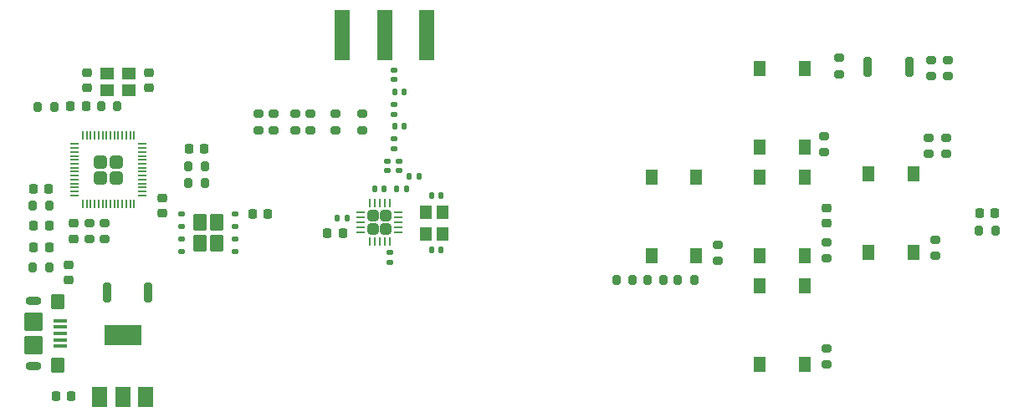
<source format=gbr>
%TF.GenerationSoftware,KiCad,Pcbnew,7.0.10-7.0.10~ubuntu22.04.1*%
%TF.CreationDate,2024-03-26T22:08:59+01:00*%
%TF.ProjectId,hackbat,6861636b-6261-4742-9e6b-696361645f70,rev?*%
%TF.SameCoordinates,Original*%
%TF.FileFunction,Paste,Top*%
%TF.FilePolarity,Positive*%
%FSLAX46Y46*%
G04 Gerber Fmt 4.6, Leading zero omitted, Abs format (unit mm)*
G04 Created by KiCad (PCBNEW 7.0.10-7.0.10~ubuntu22.04.1) date 2024-03-26 22:08:59*
%MOMM*%
%LPD*%
G01*
G04 APERTURE LIST*
G04 Aperture macros list*
%AMRoundRect*
0 Rectangle with rounded corners*
0 $1 Rounding radius*
0 $2 $3 $4 $5 $6 $7 $8 $9 X,Y pos of 4 corners*
0 Add a 4 corners polygon primitive as box body*
4,1,4,$2,$3,$4,$5,$6,$7,$8,$9,$2,$3,0*
0 Add four circle primitives for the rounded corners*
1,1,$1+$1,$2,$3*
1,1,$1+$1,$4,$5*
1,1,$1+$1,$6,$7*
1,1,$1+$1,$8,$9*
0 Add four rect primitives between the rounded corners*
20,1,$1+$1,$2,$3,$4,$5,0*
20,1,$1+$1,$4,$5,$6,$7,0*
20,1,$1+$1,$6,$7,$8,$9,0*
20,1,$1+$1,$8,$9,$2,$3,0*%
G04 Aperture macros list end*
%ADD10RoundRect,0.062500X0.362500X-0.062500X0.362500X0.062500X-0.362500X0.062500X-0.362500X-0.062500X0*%
%ADD11RoundRect,0.062500X0.062500X-0.362500X0.062500X0.362500X-0.062500X0.362500X-0.062500X-0.362500X0*%
%ADD12RoundRect,0.250000X0.315000X-0.315000X0.315000X0.315000X-0.315000X0.315000X-0.315000X-0.315000X0*%
%ADD13RoundRect,0.218750X-0.218750X-0.256250X0.218750X-0.256250X0.218750X0.256250X-0.218750X0.256250X0*%
%ADD14RoundRect,0.200000X-0.275000X0.200000X-0.275000X-0.200000X0.275000X-0.200000X0.275000X0.200000X0*%
%ADD15RoundRect,0.147500X0.172500X-0.147500X0.172500X0.147500X-0.172500X0.147500X-0.172500X-0.147500X0*%
%ADD16RoundRect,0.200000X0.200000X0.275000X-0.200000X0.275000X-0.200000X-0.275000X0.200000X-0.275000X0*%
%ADD17RoundRect,0.140000X0.170000X-0.140000X0.170000X0.140000X-0.170000X0.140000X-0.170000X-0.140000X0*%
%ADD18RoundRect,0.218750X0.218750X0.256250X-0.218750X0.256250X-0.218750X-0.256250X0.218750X-0.256250X0*%
%ADD19R,1.500000X5.080000*%
%ADD20RoundRect,0.200000X0.200000X0.800000X-0.200000X0.800000X-0.200000X-0.800000X0.200000X-0.800000X0*%
%ADD21RoundRect,0.225000X-0.225000X-0.250000X0.225000X-0.250000X0.225000X0.250000X-0.225000X0.250000X0*%
%ADD22RoundRect,0.200000X-0.200000X-0.275000X0.200000X-0.275000X0.200000X0.275000X-0.200000X0.275000X0*%
%ADD23RoundRect,0.140000X0.140000X0.170000X-0.140000X0.170000X-0.140000X-0.170000X0.140000X-0.170000X0*%
%ADD24RoundRect,0.200000X0.275000X-0.200000X0.275000X0.200000X-0.275000X0.200000X-0.275000X-0.200000X0*%
%ADD25R,1.300000X1.550000*%
%ADD26RoundRect,0.250000X-0.435000X-0.615000X0.435000X-0.615000X0.435000X0.615000X-0.435000X0.615000X0*%
%ADD27RoundRect,0.125000X-0.250000X-0.125000X0.250000X-0.125000X0.250000X0.125000X-0.250000X0.125000X0*%
%ADD28RoundRect,0.140000X-0.140000X-0.170000X0.140000X-0.170000X0.140000X0.170000X-0.140000X0.170000X0*%
%ADD29RoundRect,0.100000X-0.575000X0.100000X-0.575000X-0.100000X0.575000X-0.100000X0.575000X0.100000X0*%
%ADD30O,1.600000X0.900000*%
%ADD31RoundRect,0.250000X-0.450000X0.550000X-0.450000X-0.550000X0.450000X-0.550000X0.450000X0.550000X0*%
%ADD32RoundRect,0.250000X-0.700000X0.700000X-0.700000X-0.700000X0.700000X-0.700000X0.700000X0.700000X0*%
%ADD33RoundRect,0.225000X-0.250000X0.225000X-0.250000X-0.225000X0.250000X-0.225000X0.250000X0.225000X0*%
%ADD34RoundRect,0.249999X0.395001X0.395001X-0.395001X0.395001X-0.395001X-0.395001X0.395001X-0.395001X0*%
%ADD35RoundRect,0.050000X0.387500X0.050000X-0.387500X0.050000X-0.387500X-0.050000X0.387500X-0.050000X0*%
%ADD36RoundRect,0.050000X0.050000X0.387500X-0.050000X0.387500X-0.050000X-0.387500X0.050000X-0.387500X0*%
%ADD37RoundRect,0.135000X0.135000X0.185000X-0.135000X0.185000X-0.135000X-0.185000X0.135000X-0.185000X0*%
%ADD38R,1.400000X1.200000*%
%ADD39RoundRect,0.225000X0.250000X-0.225000X0.250000X0.225000X-0.250000X0.225000X-0.250000X-0.225000X0*%
%ADD40RoundRect,0.140000X-0.170000X0.140000X-0.170000X-0.140000X0.170000X-0.140000X0.170000X0.140000X0*%
%ADD41RoundRect,0.147500X0.147500X0.172500X-0.147500X0.172500X-0.147500X-0.172500X0.147500X-0.172500X0*%
%ADD42RoundRect,0.200000X-0.200000X-0.800000X0.200000X-0.800000X0.200000X0.800000X-0.200000X0.800000X0*%
%ADD43R,1.200000X1.400000*%
%ADD44R,1.500000X2.000000*%
%ADD45R,3.800000X2.000000*%
%ADD46RoundRect,0.225000X0.225000X0.250000X-0.225000X0.250000X-0.225000X-0.250000X0.225000X-0.250000X0*%
G04 APERTURE END LIST*
D10*
%TO.C,U6*%
X124575000Y-82925000D03*
X124575000Y-82425000D03*
X124575000Y-81925000D03*
X124575000Y-81425000D03*
X124575000Y-80925000D03*
D11*
X125500000Y-80000000D03*
X126000000Y-80000000D03*
X126500000Y-80000000D03*
X127000000Y-80000000D03*
X127500000Y-80000000D03*
D10*
X128425000Y-80925000D03*
X128425000Y-81425000D03*
X128425000Y-81925000D03*
X128425000Y-82425000D03*
X128425000Y-82925000D03*
D11*
X127500000Y-83850000D03*
X127000000Y-83850000D03*
X126500000Y-83850000D03*
X126000000Y-83850000D03*
X125500000Y-83850000D03*
D12*
X127150000Y-81275000D03*
X125850000Y-81275000D03*
X127150000Y-82575000D03*
X125850000Y-82575000D03*
%TD*%
D13*
%TO.C,D1*%
X91462500Y-84500000D03*
X93037500Y-84500000D03*
%TD*%
D14*
%TO.C,R16*%
X119500000Y-70925000D03*
X119500000Y-72575000D03*
%TD*%
D15*
%TO.C,L4*%
X128000000Y-70965000D03*
X128000000Y-69995000D03*
%TD*%
D16*
%TO.C,R8*%
X93075000Y-80250000D03*
X91425000Y-80250000D03*
%TD*%
D17*
%TO.C,C17*%
X128000000Y-67460000D03*
X128000000Y-66500000D03*
%TD*%
D18*
%TO.C,D3*%
X188787500Y-81000000D03*
X187212500Y-81000000D03*
%TD*%
D13*
%TO.C,D2*%
X91462500Y-82290000D03*
X93037500Y-82290000D03*
%TD*%
D16*
%TO.C,R7*%
X93075000Y-86500000D03*
X91425000Y-86500000D03*
%TD*%
D14*
%TO.C,R10*%
X182750000Y-83675000D03*
X182750000Y-85325000D03*
%TD*%
D19*
%TO.C,J1*%
X127000000Y-62962500D03*
X122750000Y-62962500D03*
X131250000Y-62962500D03*
%TD*%
D20*
%TO.C,SW1*%
X103100000Y-89000000D03*
X98900000Y-89000000D03*
%TD*%
D21*
%TO.C,C8*%
X121225000Y-83000000D03*
X122775000Y-83000000D03*
%TD*%
D22*
%TO.C,R20*%
X187175000Y-82750000D03*
X188825000Y-82750000D03*
%TD*%
D23*
%TO.C,C13*%
X126965000Y-78500000D03*
X126005000Y-78500000D03*
%TD*%
D24*
%TO.C,R28*%
X182100000Y-75025000D03*
X182100000Y-73375000D03*
%TD*%
D25*
%TO.C,SW3*%
X176000000Y-85000000D03*
X176000000Y-77050000D03*
X180500000Y-85000000D03*
X180500000Y-77050000D03*
%TD*%
D24*
%TO.C,R4*%
X97125000Y-83625000D03*
X97125000Y-81975000D03*
%TD*%
D25*
%TO.C,SW6*%
X165000000Y-85315000D03*
X165000000Y-77365000D03*
X169500000Y-85315000D03*
X169500000Y-77365000D03*
%TD*%
D17*
%TO.C,C21*%
X128500000Y-76710000D03*
X128500000Y-75750000D03*
%TD*%
D14*
%TO.C,R14*%
X122000000Y-70925000D03*
X122000000Y-72575000D03*
%TD*%
D26*
%TO.C,U1*%
X108325000Y-81900000D03*
X108325000Y-84050000D03*
X110025000Y-81900000D03*
X110025000Y-84050000D03*
D27*
X106475000Y-81070000D03*
X106475000Y-82340000D03*
X106475000Y-83610000D03*
X106475000Y-84880000D03*
X111875000Y-84880000D03*
X111875000Y-83610000D03*
X111875000Y-82340000D03*
X111875000Y-81070000D03*
%TD*%
D28*
%TO.C,C16*%
X128020000Y-68730000D03*
X128980000Y-68730000D03*
%TD*%
D14*
%TO.C,R9*%
X171500000Y-73175000D03*
X171500000Y-74825000D03*
%TD*%
D16*
%TO.C,R24*%
X155225000Y-87800000D03*
X153575000Y-87800000D03*
%TD*%
D29*
%TO.C,J2*%
X94175000Y-91900000D03*
X94175000Y-92550000D03*
X94175000Y-93200000D03*
X94175000Y-93850000D03*
X94175000Y-94500000D03*
D30*
X91500000Y-89900000D03*
D31*
X93950000Y-90000000D03*
D32*
X91500000Y-92000000D03*
X91500000Y-94400000D03*
D31*
X93950000Y-96400000D03*
D30*
X91500000Y-96500000D03*
%TD*%
D25*
%TO.C,SW5*%
X165000000Y-96315000D03*
X165000000Y-88365000D03*
X169500000Y-96315000D03*
X169500000Y-88365000D03*
%TD*%
D33*
%TO.C,C1*%
X95000000Y-86225000D03*
X95000000Y-87775000D03*
%TD*%
D15*
%TO.C,L1*%
X127250000Y-76715000D03*
X127250000Y-75745000D03*
%TD*%
D22*
%TO.C,R6*%
X98300000Y-70200000D03*
X99950000Y-70200000D03*
%TD*%
D25*
%TO.C,SW2*%
X165000000Y-74315000D03*
X165000000Y-66365000D03*
X169500000Y-74315000D03*
X169500000Y-66365000D03*
%TD*%
D21*
%TO.C,C5*%
X95225000Y-70200000D03*
X96775000Y-70200000D03*
%TD*%
D14*
%TO.C,R13*%
X171750000Y-83925000D03*
X171750000Y-85575000D03*
%TD*%
D24*
%TO.C,R29*%
X173000000Y-66925000D03*
X173000000Y-65275000D03*
%TD*%
%TO.C,R27*%
X183800000Y-75025000D03*
X183800000Y-73375000D03*
%TD*%
D14*
%TO.C,R12*%
X171750000Y-94675000D03*
X171750000Y-96325000D03*
%TD*%
D21*
%TO.C,C4*%
X113650000Y-81100000D03*
X115200000Y-81100000D03*
%TD*%
D34*
%TO.C,U2*%
X99862500Y-77400000D03*
X99862500Y-75800000D03*
X98262500Y-77400000D03*
X98262500Y-75800000D03*
D35*
X102500000Y-79200000D03*
X102500000Y-78800000D03*
X102500000Y-78400000D03*
X102500000Y-78000000D03*
X102500000Y-77600000D03*
X102500000Y-77200000D03*
X102500000Y-76800000D03*
X102500000Y-76400000D03*
X102500000Y-76000000D03*
X102500000Y-75600000D03*
X102500000Y-75200000D03*
X102500000Y-74800000D03*
X102500000Y-74400000D03*
X102500000Y-74000000D03*
D36*
X101662500Y-73162500D03*
X101262500Y-73162500D03*
X100862500Y-73162500D03*
X100462500Y-73162500D03*
X100062500Y-73162500D03*
X99662500Y-73162500D03*
X99262500Y-73162500D03*
X98862500Y-73162500D03*
X98462500Y-73162500D03*
X98062500Y-73162500D03*
X97662500Y-73162500D03*
X97262500Y-73162500D03*
X96862500Y-73162500D03*
X96462500Y-73162500D03*
D35*
X95625000Y-74000000D03*
X95625000Y-74400000D03*
X95625000Y-74800000D03*
X95625000Y-75200000D03*
X95625000Y-75600000D03*
X95625000Y-76000000D03*
X95625000Y-76400000D03*
X95625000Y-76800000D03*
X95625000Y-77200000D03*
X95625000Y-77600000D03*
X95625000Y-78000000D03*
X95625000Y-78400000D03*
X95625000Y-78800000D03*
X95625000Y-79200000D03*
D36*
X96462500Y-80037500D03*
X96862500Y-80037500D03*
X97262500Y-80037500D03*
X97662500Y-80037500D03*
X98062500Y-80037500D03*
X98462500Y-80037500D03*
X98862500Y-80037500D03*
X99262500Y-80037500D03*
X99662500Y-80037500D03*
X100062500Y-80037500D03*
X100462500Y-80037500D03*
X100862500Y-80037500D03*
X101262500Y-80037500D03*
X101662500Y-80037500D03*
%TD*%
D37*
%TO.C,R21*%
X123260000Y-81500000D03*
X122240000Y-81500000D03*
%TD*%
D28*
%TO.C,C19*%
X131770000Y-84750000D03*
X132730000Y-84750000D03*
%TD*%
D38*
%TO.C,Y1*%
X98925000Y-68550000D03*
X101125000Y-68550000D03*
X101125000Y-66850000D03*
X98925000Y-66850000D03*
%TD*%
D22*
%TO.C,R2*%
X107150000Y-76270000D03*
X108800000Y-76270000D03*
%TD*%
D24*
%TO.C,R26*%
X182300000Y-67125000D03*
X182300000Y-65475000D03*
%TD*%
D16*
%TO.C,R5*%
X93575000Y-70250000D03*
X91925000Y-70250000D03*
%TD*%
D15*
%TO.C,L3*%
X128000000Y-74465000D03*
X128000000Y-73495000D03*
%TD*%
D14*
%TO.C,R17*%
X118000000Y-70925000D03*
X118000000Y-72575000D03*
%TD*%
D16*
%TO.C,R23*%
X152125000Y-87800000D03*
X150475000Y-87800000D03*
%TD*%
D39*
%TO.C,C10*%
X104500000Y-81025000D03*
X104500000Y-79475000D03*
%TD*%
D40*
%TO.C,C18*%
X127500000Y-85000000D03*
X127500000Y-85960000D03*
%TD*%
D28*
%TO.C,C20*%
X131770000Y-79250000D03*
X132730000Y-79250000D03*
%TD*%
D24*
%TO.C,R3*%
X98625000Y-83625000D03*
X98625000Y-81975000D03*
%TD*%
D41*
%TO.C,L2*%
X129220000Y-78500000D03*
X128250000Y-78500000D03*
%TD*%
D42*
%TO.C,SW7*%
X175900000Y-66200000D03*
X180100000Y-66200000D03*
%TD*%
D25*
%TO.C,SW4*%
X154000000Y-85315000D03*
X154000000Y-77365000D03*
X158500000Y-85315000D03*
X158500000Y-77365000D03*
%TD*%
D39*
%TO.C,C2*%
X103125000Y-68325000D03*
X103125000Y-66775000D03*
%TD*%
D22*
%TO.C,R22*%
X156675000Y-87800000D03*
X158325000Y-87800000D03*
%TD*%
%TO.C,R1*%
X107150000Y-77970000D03*
X108800000Y-77970000D03*
%TD*%
D21*
%TO.C,C11*%
X93725000Y-99500000D03*
X95275000Y-99500000D03*
%TD*%
D28*
%TO.C,C15*%
X128020000Y-72230000D03*
X128980000Y-72230000D03*
%TD*%
D43*
%TO.C,Y2*%
X131150000Y-80900000D03*
X131150000Y-83100000D03*
X132850000Y-83100000D03*
X132850000Y-80900000D03*
%TD*%
D14*
%TO.C,R11*%
X160750000Y-84175000D03*
X160750000Y-85825000D03*
%TD*%
D33*
%TO.C,C3*%
X96925000Y-66775000D03*
X96925000Y-68325000D03*
%TD*%
D21*
%TO.C,C9*%
X91475000Y-78500000D03*
X93025000Y-78500000D03*
%TD*%
D44*
%TO.C,U3*%
X98200000Y-99650000D03*
X100500000Y-99650000D03*
D45*
X100500000Y-93350000D03*
D44*
X102800000Y-99650000D03*
%TD*%
D24*
%TO.C,R25*%
X184000000Y-67125000D03*
X184000000Y-65475000D03*
%TD*%
D39*
%TO.C,C12*%
X171750000Y-82025000D03*
X171750000Y-80475000D03*
%TD*%
D46*
%TO.C,C7*%
X108775000Y-74500000D03*
X107225000Y-74500000D03*
%TD*%
D14*
%TO.C,R15*%
X124750000Y-70925000D03*
X124750000Y-72575000D03*
%TD*%
D39*
%TO.C,C6*%
X95500000Y-83580000D03*
X95500000Y-82030000D03*
%TD*%
D23*
%TO.C,C14*%
X130480000Y-77230000D03*
X129520000Y-77230000D03*
%TD*%
D14*
%TO.C,R18*%
X115750000Y-70925000D03*
X115750000Y-72575000D03*
%TD*%
%TO.C,R19*%
X114240000Y-70925000D03*
X114240000Y-72575000D03*
%TD*%
M02*

</source>
